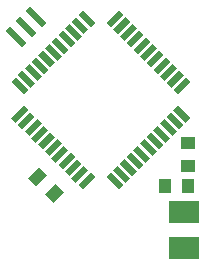
<source format=gbr>
G04 #@! TF.FileFunction,Paste,Top*
%FSLAX46Y46*%
G04 Gerber Fmt 4.6, Leading zero omitted, Abs format (unit mm)*
G04 Created by KiCad (PCBNEW 4.0.6) date 08/29/18 06:25:22*
%MOMM*%
%LPD*%
G01*
G04 APERTURE LIST*
%ADD10C,0.100000*%
%ADD11R,2.500000X1.950000*%
%ADD12R,1.000000X1.250000*%
%ADD13R,1.250000X1.000000*%
G04 APERTURE END LIST*
D10*
D11*
X158421000Y-87890000D03*
X158421000Y-84840000D03*
D12*
X156781000Y-82615000D03*
X158781000Y-82615000D03*
D13*
X158731000Y-78965000D03*
X158731000Y-80965000D03*
D10*
G36*
X149454134Y-68140188D02*
X149843042Y-67751280D01*
X150903702Y-68811940D01*
X150514794Y-69200848D01*
X149454134Y-68140188D01*
X149454134Y-68140188D01*
G37*
G36*
X148888449Y-68705874D02*
X149277357Y-68316966D01*
X150338017Y-69377626D01*
X149949109Y-69766534D01*
X148888449Y-68705874D01*
X148888449Y-68705874D01*
G37*
G36*
X148322764Y-69271559D02*
X148711672Y-68882651D01*
X149772332Y-69943311D01*
X149383424Y-70332219D01*
X148322764Y-69271559D01*
X148322764Y-69271559D01*
G37*
G36*
X147757078Y-69837244D02*
X148145986Y-69448336D01*
X149206646Y-70508996D01*
X148817738Y-70897904D01*
X147757078Y-69837244D01*
X147757078Y-69837244D01*
G37*
G36*
X147191393Y-70402930D02*
X147580301Y-70014022D01*
X148640961Y-71074682D01*
X148252053Y-71463590D01*
X147191393Y-70402930D01*
X147191393Y-70402930D01*
G37*
G36*
X146625707Y-70968615D02*
X147014615Y-70579707D01*
X148075275Y-71640367D01*
X147686367Y-72029275D01*
X146625707Y-70968615D01*
X146625707Y-70968615D01*
G37*
G36*
X146060022Y-71534301D02*
X146448930Y-71145393D01*
X147509590Y-72206053D01*
X147120682Y-72594961D01*
X146060022Y-71534301D01*
X146060022Y-71534301D01*
G37*
G36*
X145494336Y-72099986D02*
X145883244Y-71711078D01*
X146943904Y-72771738D01*
X146554996Y-73160646D01*
X145494336Y-72099986D01*
X145494336Y-72099986D01*
G37*
G36*
X144928651Y-72665672D02*
X145317559Y-72276764D01*
X146378219Y-73337424D01*
X145989311Y-73726332D01*
X144928651Y-72665672D01*
X144928651Y-72665672D01*
G37*
G36*
X144362966Y-73231357D02*
X144751874Y-72842449D01*
X145812534Y-73903109D01*
X145423626Y-74292017D01*
X144362966Y-73231357D01*
X144362966Y-73231357D01*
G37*
G36*
X143797280Y-73797042D02*
X144186188Y-73408134D01*
X145246848Y-74468794D01*
X144857940Y-74857702D01*
X143797280Y-73797042D01*
X143797280Y-73797042D01*
G37*
G36*
X144186188Y-77261866D02*
X143797280Y-76872958D01*
X144857940Y-75812298D01*
X145246848Y-76201206D01*
X144186188Y-77261866D01*
X144186188Y-77261866D01*
G37*
G36*
X144751874Y-77827551D02*
X144362966Y-77438643D01*
X145423626Y-76377983D01*
X145812534Y-76766891D01*
X144751874Y-77827551D01*
X144751874Y-77827551D01*
G37*
G36*
X145317559Y-78393236D02*
X144928651Y-78004328D01*
X145989311Y-76943668D01*
X146378219Y-77332576D01*
X145317559Y-78393236D01*
X145317559Y-78393236D01*
G37*
G36*
X145883244Y-78958922D02*
X145494336Y-78570014D01*
X146554996Y-77509354D01*
X146943904Y-77898262D01*
X145883244Y-78958922D01*
X145883244Y-78958922D01*
G37*
G36*
X146448930Y-79524607D02*
X146060022Y-79135699D01*
X147120682Y-78075039D01*
X147509590Y-78463947D01*
X146448930Y-79524607D01*
X146448930Y-79524607D01*
G37*
G36*
X147014615Y-80090293D02*
X146625707Y-79701385D01*
X147686367Y-78640725D01*
X148075275Y-79029633D01*
X147014615Y-80090293D01*
X147014615Y-80090293D01*
G37*
G36*
X147580301Y-80655978D02*
X147191393Y-80267070D01*
X148252053Y-79206410D01*
X148640961Y-79595318D01*
X147580301Y-80655978D01*
X147580301Y-80655978D01*
G37*
G36*
X148145986Y-81221664D02*
X147757078Y-80832756D01*
X148817738Y-79772096D01*
X149206646Y-80161004D01*
X148145986Y-81221664D01*
X148145986Y-81221664D01*
G37*
G36*
X148711672Y-81787349D02*
X148322764Y-81398441D01*
X149383424Y-80337781D01*
X149772332Y-80726689D01*
X148711672Y-81787349D01*
X148711672Y-81787349D01*
G37*
G36*
X149277357Y-82353034D02*
X148888449Y-81964126D01*
X149949109Y-80903466D01*
X150338017Y-81292374D01*
X149277357Y-82353034D01*
X149277357Y-82353034D01*
G37*
G36*
X149843042Y-82918720D02*
X149454134Y-82529812D01*
X150514794Y-81469152D01*
X150903702Y-81858060D01*
X149843042Y-82918720D01*
X149843042Y-82918720D01*
G37*
G36*
X151858298Y-81858060D02*
X152247206Y-81469152D01*
X153307866Y-82529812D01*
X152918958Y-82918720D01*
X151858298Y-81858060D01*
X151858298Y-81858060D01*
G37*
G36*
X152423983Y-81292374D02*
X152812891Y-80903466D01*
X153873551Y-81964126D01*
X153484643Y-82353034D01*
X152423983Y-81292374D01*
X152423983Y-81292374D01*
G37*
G36*
X152989668Y-80726689D02*
X153378576Y-80337781D01*
X154439236Y-81398441D01*
X154050328Y-81787349D01*
X152989668Y-80726689D01*
X152989668Y-80726689D01*
G37*
G36*
X153555354Y-80161004D02*
X153944262Y-79772096D01*
X155004922Y-80832756D01*
X154616014Y-81221664D01*
X153555354Y-80161004D01*
X153555354Y-80161004D01*
G37*
G36*
X154121039Y-79595318D02*
X154509947Y-79206410D01*
X155570607Y-80267070D01*
X155181699Y-80655978D01*
X154121039Y-79595318D01*
X154121039Y-79595318D01*
G37*
G36*
X154686725Y-79029633D02*
X155075633Y-78640725D01*
X156136293Y-79701385D01*
X155747385Y-80090293D01*
X154686725Y-79029633D01*
X154686725Y-79029633D01*
G37*
G36*
X155252410Y-78463947D02*
X155641318Y-78075039D01*
X156701978Y-79135699D01*
X156313070Y-79524607D01*
X155252410Y-78463947D01*
X155252410Y-78463947D01*
G37*
G36*
X155818096Y-77898262D02*
X156207004Y-77509354D01*
X157267664Y-78570014D01*
X156878756Y-78958922D01*
X155818096Y-77898262D01*
X155818096Y-77898262D01*
G37*
G36*
X156383781Y-77332576D02*
X156772689Y-76943668D01*
X157833349Y-78004328D01*
X157444441Y-78393236D01*
X156383781Y-77332576D01*
X156383781Y-77332576D01*
G37*
G36*
X156949466Y-76766891D02*
X157338374Y-76377983D01*
X158399034Y-77438643D01*
X158010126Y-77827551D01*
X156949466Y-76766891D01*
X156949466Y-76766891D01*
G37*
G36*
X157515152Y-76201206D02*
X157904060Y-75812298D01*
X158964720Y-76872958D01*
X158575812Y-77261866D01*
X157515152Y-76201206D01*
X157515152Y-76201206D01*
G37*
G36*
X157904060Y-74857702D02*
X157515152Y-74468794D01*
X158575812Y-73408134D01*
X158964720Y-73797042D01*
X157904060Y-74857702D01*
X157904060Y-74857702D01*
G37*
G36*
X157338374Y-74292017D02*
X156949466Y-73903109D01*
X158010126Y-72842449D01*
X158399034Y-73231357D01*
X157338374Y-74292017D01*
X157338374Y-74292017D01*
G37*
G36*
X156772689Y-73726332D02*
X156383781Y-73337424D01*
X157444441Y-72276764D01*
X157833349Y-72665672D01*
X156772689Y-73726332D01*
X156772689Y-73726332D01*
G37*
G36*
X156207004Y-73160646D02*
X155818096Y-72771738D01*
X156878756Y-71711078D01*
X157267664Y-72099986D01*
X156207004Y-73160646D01*
X156207004Y-73160646D01*
G37*
G36*
X155641318Y-72594961D02*
X155252410Y-72206053D01*
X156313070Y-71145393D01*
X156701978Y-71534301D01*
X155641318Y-72594961D01*
X155641318Y-72594961D01*
G37*
G36*
X155075633Y-72029275D02*
X154686725Y-71640367D01*
X155747385Y-70579707D01*
X156136293Y-70968615D01*
X155075633Y-72029275D01*
X155075633Y-72029275D01*
G37*
G36*
X154509947Y-71463590D02*
X154121039Y-71074682D01*
X155181699Y-70014022D01*
X155570607Y-70402930D01*
X154509947Y-71463590D01*
X154509947Y-71463590D01*
G37*
G36*
X153944262Y-70897904D02*
X153555354Y-70508996D01*
X154616014Y-69448336D01*
X155004922Y-69837244D01*
X153944262Y-70897904D01*
X153944262Y-70897904D01*
G37*
G36*
X153378576Y-70332219D02*
X152989668Y-69943311D01*
X154050328Y-68882651D01*
X154439236Y-69271559D01*
X153378576Y-70332219D01*
X153378576Y-70332219D01*
G37*
G36*
X152812891Y-69766534D02*
X152423983Y-69377626D01*
X153484643Y-68316966D01*
X153873551Y-68705874D01*
X152812891Y-69766534D01*
X152812891Y-69766534D01*
G37*
G36*
X152247206Y-69200848D02*
X151858298Y-68811940D01*
X152918958Y-67751280D01*
X153307866Y-68140188D01*
X152247206Y-69200848D01*
X152247206Y-69200848D01*
G37*
G36*
X145359198Y-67422589D02*
X146773411Y-68836802D01*
X146419858Y-69190355D01*
X145005645Y-67776142D01*
X145359198Y-67422589D01*
X145359198Y-67422589D01*
G37*
G36*
X144510670Y-68271117D02*
X145924883Y-69685330D01*
X145571330Y-70038883D01*
X144157117Y-68624670D01*
X144510670Y-68271117D01*
X144510670Y-68271117D01*
G37*
G36*
X143662142Y-69119645D02*
X145076355Y-70533858D01*
X144722802Y-70887411D01*
X143308589Y-69473198D01*
X143662142Y-69119645D01*
X143662142Y-69119645D01*
G37*
G36*
X145224863Y-81914817D02*
X146108746Y-81030934D01*
X146815853Y-81738041D01*
X145931970Y-82621924D01*
X145224863Y-81914817D01*
X145224863Y-81914817D01*
G37*
G36*
X146639076Y-83329030D02*
X147522959Y-82445147D01*
X148230066Y-83152254D01*
X147346183Y-84036137D01*
X146639076Y-83329030D01*
X146639076Y-83329030D01*
G37*
M02*

</source>
